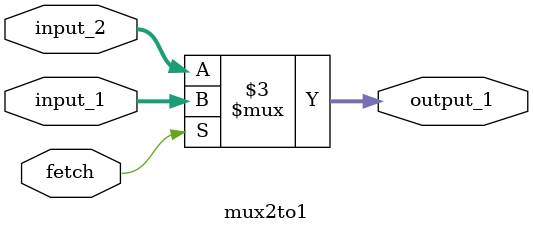
<source format=sv>
module	mux2to1(
	input	logic	[7:0]	input_1		,
	input	logic	[7:0]	input_2		,
	input	logic			fetch		,
	
	output	logic	[7:0]	output_1

);
	always @(*)
		if(fetch)	output_1 = input_1;
		else 		output_1 = input_2;

endmodule

</source>
